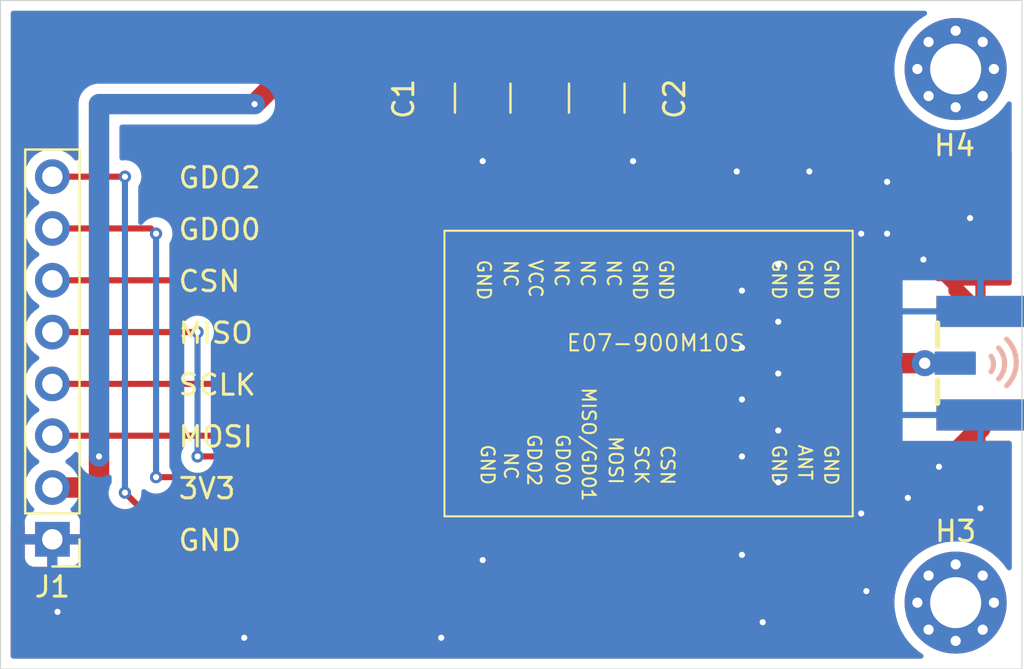
<source format=kicad_pcb>
(kicad_pcb (version 20240108) (generator "pcbnew") (generator_version "8.0")
  (layers (0 "F.Cu" signal) (31 "B.Cu" signal) (34 "B.Paste" user) (35 "F.Paste" user) (36 "B.SilkS" user "B.Silkscreen") (37 "F.SilkS" user "F.Silkscreen") (38 "B.Mask" user) (39 "F.Mask" user) (44 "Edge.Cuts" user))
  (net 0 "")
  (net 1 "GND")
  (net 2 "3V3")
  (net 3 "/MISO")
  (net 4 "/CSN")
  (net 5 "/GDO0")
  (net 6 "/GDO2")
  (net 7 "/MOSI")
  (net 8 "/SCLK")
  (net 9 "/ANTENNA")
  (footprint "MountingHole:MountingHole_2.5mm_Pad_Via" (layer "F.Cu") (at 154.995825 76.763825)
    (property "Reference" "H3" (at 0 -3.5 0) (layer "F.SilkS"))
    (property "Value" "MountingHole_Pad_MP" (hide yes))
    (pad "1" thru_hole circle (at -1.875 0) (size 0.8 0.8) (drill 0.5) (layers "*.Cu" "*.Mask"))
    (pad "1" thru_hole circle (at -1.325825 -1.325825) (size 0.8 0.8) (drill 0.5) (layers "*.Cu" "*.Mask"))
    (pad "1" thru_hole circle (at -1.325825 1.325825) (size 0.8 0.8) (drill 0.5) (layers "*.Cu" "*.Mask"))
    (pad "1" thru_hole circle (at 0 -1.875) (size 0.8 0.8) (drill 0.5) (layers "*.Cu" "*.Mask"))
    (pad "1" thru_hole circle (at 0 0) (size 5 5) (drill 2.5) (layers "*.Cu" "*.Mask"))
    (pad "1" thru_hole circle (at 0 1.875) (size 0.8 0.8) (drill 0.5) (layers "*.Cu" "*.Mask"))
    (pad "1" thru_hole circle (at 1.325825 -1.325825) (size 0.8 0.8) (drill 0.5) (layers "*.Cu" "*.Mask"))
    (pad "1" thru_hole circle (at 1.325825 1.325825) (size 0.8 0.8) (drill 0.5) (layers "*.Cu" "*.Mask"))
    (pad "1" thru_hole circle (at 1.875 0) (size 0.8 0.8) (drill 0.5) (layers "*.Cu" "*.Mask"))
  )
  (footprint "Library:E07-900M10S" (layer "F.Cu") (at 148.954 58.532)
    (property "Reference" "U1" (hide yes))
    (property "Value" "E07-900M10S")
    (fp_line (start -19 0) (end 1 0) (stroke (width 0.1)) (layer "F.SilkS"))
    (fp_line (start -19 14) (end -19 0) (stroke (width 0.1)) (layer "F.SilkS"))
    (fp_line (start -19 14) (end 1 14) (stroke (width 0.1)) (layer "F.SilkS"))
    (fp_line (start 1 14) (end 1 0) (stroke (width 0.1)) (layer "F.SilkS"))
    (fp_text user "GND" (at -1.71667 1.323 -90) (layer "F.SilkS") (effects (font (size 0.65 0.65) (thickness 0.1)) (justify left bottom)))
    (fp_text user "SCK" (at -9.729 10.444 -90) (layer "F.SilkS") (effects (font (size 0.65 0.65) (thickness 0.1)) (justify left bottom)))
    (fp_text user "NC" (at -12.36445 1.353 -90) (layer "F.SilkS") (effects (font (size 0.65 0.65) (thickness 0.1)) (justify left bottom)))
    (fp_text user "GND" (at -2.99556 1.323 -90) (layer "F.SilkS") (effects (font (size 0.65 0.65) (thickness 0.1)) (justify left bottom)))
    (fp_text user "GND" (at -0.43778 10.428 -90) (layer "F.SilkS") (effects (font (size 0.65 0.65) (thickness 0.1)) (justify left bottom)))
    (fp_text user "NC" (at -11.08556 1.353 -90) (layer "F.SilkS") (effects (font (size 0.65 0.65) (thickness 0.1)) (justify left bottom)))
    (fp_text user "GND" (at -17.272 10.414 -90) (layer "F.SilkS") (effects (font (size 0.65 0.65) (thickness 0.1)) (justify left bottom)))
    (fp_text user "GND" (at -17.45 1.353 -90) (layer "F.SilkS") (effects (font (size 0.65 0.65) (thickness 0.1)) (justify left bottom)))
    (fp_text user "NC" (at -13.64334 1.353 -90) (layer "F.SilkS") (effects (font (size 0.65 0.65) (thickness 0.1)) (justify left bottom)))
    (fp_text user "GND" (at -9.80667 1.353 -90) (layer "F.SilkS") (effects (font (size 0.65 0.65) (thickness 0.1)) (justify left bottom)))
    (fp_text user "NC" (at -16.129 10.795 -90) (layer "F.SilkS") (effects (font (size 0.65 0.65) (thickness 0.1)) (justify left bottom)))
    (fp_text user "VCC" (at -14.92222 1.353 -90) (layer "F.SilkS") (effects (font (size 0.65 0.65) (thickness 0.1)) (justify left bottom)))
    (fp_text user "GND" (at -2.99556 10.428 -90) (layer "F.SilkS") (effects (font (size 0.65 0.65) (thickness 0.1)) (justify left bottom)))
    (fp_text user "CSN" (at -8.459 10.444 -90) (layer "F.SilkS") (effects (font (size 0.65 0.65) (thickness 0.1)) (justify left bottom)))
    (fp_text user "GD02" (at -14.986 9.906 -90) (layer "F.SilkS") (effects (font (size 0.65 0.65) (thickness 0.1)) (justify left bottom)))
    (fp_text user "GND" (at -0.43778 1.323 -90) (layer "F.SilkS") (effects (font (size 0.65 0.65) (thickness 0.1)) (justify left bottom)))
    (fp_text user "MOSI" (at -10.999 10.01081 -90) (layer "F.SilkS") (effects (font (size 0.65 0.65) (thickness 0.1)) (justify left bottom)))
    (fp_text user "E07-900M10S" (at -13.081 5.969 0) (layer "F.SilkS") (effects (font (size 0.8 0.8) (thickness 0.1)) (justify left bottom)))
    (fp_text user "GND" (at -8.52778 1.353 -90) (layer "F.SilkS") (effects (font (size 0.65 0.65) (thickness 0.1)) (justify left bottom)))
    (fp_text user "ANT" (at -1.71667 10.428 -90) (layer "F.SilkS") (effects (font (size 0.65 0.65) (thickness 0.1)) (justify left bottom)))
    (fp_text user "GD00" (at -13.589 9.906 -90) (layer "F.SilkS") (effects (font (size 0.65 0.65) (thickness 0.1)) (justify left bottom)))
    (fp_text user "MISO/GD01" (at -12.319 7.62 -90) (layer "F.SilkS") (effects (font (size 0.65 0.65) (thickness 0.1)) (justify left bottom)))
    (fp_text user "NC" (at -16.14 1.373 -90) (layer "F.SilkS") (effects (font (size 0.65 0.65) (thickness 0.1)) (justify left bottom)))
    (pad "1" smd rect (at 0 0 180) (size 0.8 1.8) (layers "F.Cu" "F.Paste" "F.Mask") (net 1 "GND"))
    (pad "2" smd rect (at -1.27 0 180) (size 0.8 1.8) (layers "F.Cu" "F.Paste" "F.Mask") (net 1 "GND"))
    (pad "3" smd rect (at -2.54 0 180) (size 0.8 1.8) (layers "F.Cu" "F.Paste" "F.Mask") (net 1 "GND"))
    (pad "4" smd rect (at -8.11 0) (size 0.8 1.8) (layers "F.Cu" "F.Paste" "F.Mask") (net 1 "GND"))
    (pad "5" smd rect (at -9.38 0) (size 0.8 1.8) (layers "F.Cu" "F.Paste" "F.Mask") (net 1 "GND"))
    (pad "6" smd rect (at -10.65 0) (size 0.8 1.8) (layers "F.Cu" "F.Paste" "F.Mask"))
    (pad "7" smd rect (at -11.92 0) (size 0.8 1.8) (layers "F.Cu" "F.Paste" "F.Mask"))
    (pad "8" smd rect (at -13.19 0) (size 0.8 1.8) (layers "F.Cu" "F.Paste" "F.Mask"))
    (pad "9" smd rect (at -14.46 0) (size 0.8 1.8) (layers "F.Cu" "F.Paste" "F.Mask") (net 2 "3V3"))
    (pad "10" smd rect (at -15.73 0) (size 0.8 1.8) (layers "F.Cu" "F.Paste" "F.Mask"))
    (pad "11" smd rect (at -17 0) (size 0.8 1.8) (layers "F.Cu" "F.Paste" "F.Mask") (net 1 "GND"))
    (pad "12" smd rect (at -17 14) (size 0.8 1.8) (layers "F.Cu" "F.Paste" "F.Mask") (net 1 "GND"))
    (pad "13" smd rect (at -15.73 14) (size 0.8 1.8) (layers "F.Cu" "F.Paste" "F.Mask"))
    (pad "14" smd rect (at -14.46 14) (size 0.8 1.8) (layers "F.Cu" "F.Paste" "F.Mask") (net 6 "/GDO2"))
    (pad "15" smd rect (at -13.19 14) (size 0.8 1.8) (layers "F.Cu" "F.Paste" "F.Mask") (net 5 "/GDO0"))
    (pad "16" smd rect (at -11.92 14) (size 0.8 1.8) (layers "F.Cu" "F.Paste" "F.Mask") (net 3 "/MISO"))
    (pad "17" smd rect (at -10.65 14) (size 0.8 1.8) (layers "F.Cu" "F.Paste" "F.Mask") (net 7 "/MOSI"))
    (pad "18" smd rect (at -9.38 14) (size 0.8 1.8) (layers "F.Cu" "F.Paste" "F.Mask") (net 8 "/SCLK"))
    (pad "19" smd rect (at -8.11 14) (size 0.8 1.8) (layers "F.Cu" "F.Paste" "F.Mask") (net 4 "/CSN"))
    (pad "20" smd rect (at -2.54 14 180) (size 0.8 1.8) (layers "F.Cu" "F.Paste" "F.Mask") (net 1 "GND"))
    (pad "21" smd rect (at -1.27 14 180) (size 0.8 1.8) (layers "F.Cu" "F.Paste" "F.Mask") (net 9 "/ANTENNA"))
    (pad "22" smd rect (at 0 14 180) (size 0.8 1.8) (layers "F.Cu" "F.Paste" "F.Mask") (net 1 "GND"))
  )
  (footprint "Capacitor_SMD:C_1210_3225Metric_Pad1.33x2.70mm_HandSolder" (layer "F.Cu") (at 131.826 52.0315 90)
    (property "Reference" "C1" (at -0.0385 -3.878 -90) (layer "F.SilkS"))
    (property "Value" "100nF")
    (fp_line (start -0.711252 -1.36) (end 0.711252 -1.36) (stroke (width 0.12)) (layer "F.SilkS"))
    (fp_line (start -0.711252 1.36) (end 0.711252 1.36) (stroke (width 0.12)) (layer "F.SilkS"))
    (pad "1" smd roundrect (at -1.5625 0 90) (size 1.325 2.7) (layers "F.Cu" "F.Paste" "F.Mask") (roundrect_rratio 0.188679) (net 1 "GND"))
    (pad "2" smd roundrect (at 1.5625 0 90) (size 1.325 2.7) (layers "F.Cu" "F.Paste" "F.Mask") (roundrect_rratio 0.188679) (net 2 "3V3"))
  )
  (footprint "MountingHole:MountingHole_2.5mm_Pad_Via" (layer "F.Cu") (at 154.995825 50.601825)
    (property "Reference" "H4" (at -0.055825 3.754175 0) (layer "F.SilkS"))
    (property "Value" "MountingHole_Pad_MP" (hide yes))
    (pad "1" thru_hole circle (at -1.875 0) (size 0.8 0.8) (drill 0.5) (layers "*.Cu" "*.Mask"))
    (pad "1" thru_hole circle (at -1.325825 -1.325825) (size 0.8 0.8) (drill 0.5) (layers "*.Cu" "*.Mask"))
    (pad "1" thru_hole circle (at -1.325825 1.325825) (size 0.8 0.8) (drill 0.5) (layers "*.Cu" "*.Mask"))
    (pad "1" thru_hole circle (at 0 -1.875) (size 0.8 0.8) (drill 0.5) (layers "*.Cu" "*.Mask"))
    (pad "1" thru_hole circle (at 0 0) (size 5 5) (drill 2.5) (layers "*.Cu" "*.Mask"))
    (pad "1" thru_hole circle (at 0 1.875) (size 0.8 0.8) (drill 0.5) (layers "*.Cu" "*.Mask"))
    (pad "1" thru_hole circle (at 1.325825 -1.325825) (size 0.8 0.8) (drill 0.5) (layers "*.Cu" "*.Mask"))
    (pad "1" thru_hole circle (at 1.325825 1.325825) (size 0.8 0.8) (drill 0.5) (layers "*.Cu" "*.Mask"))
    (pad "1" thru_hole circle (at 1.875 0) (size 0.8 0.8) (drill 0.5) (layers "*.Cu" "*.Mask"))
  )
  (footprint "Library:SMA_PAD" (layer "F.Cu") (at 156.0195 65.024)
    (property "Reference" "J$1" (hide yes))
    (property "Value" "ANTENNASMA" (hide yes))
    (fp_arc (start 0.7112 -0.3429) (mid 0.83015 0.0381) (end 0.7112 0.4191) (stroke (width 0.254)) (layer "B.SilkS"))
    (fp_arc (start 1.0795 -0.7493) (mid 1.37508 0.012701) (end 1.079499 0.774701) (stroke (width 0.254)) (layer "B.SilkS"))
    (fp_arc (start 1.4732 -1.1811) (mid 1.946646 -0.038099) (end 1.473199 1.104901) (stroke (width 0.254)) (layer "B.SilkS"))
    (fp_line (start -1.905 -1.9685) (end -1.905 -0.8255) (stroke (width 0.254)) (layer "F.SilkS"))
    (fp_line (start -1.905 0.8255) (end -1.905 1.9685) (stroke (width 0.254)) (layer "F.SilkS"))
    (pad "ANT0" smd roundrect (at -1.04875 0) (size 2.032 1.143) (layers "B.Cu" "B.Paste" "B.Mask") (roundrect_rratio 0.05) (net 9 "/ANTENNA"))
    (pad "ANT1" smd roundrect (at -1.30275 0 180) (size 1.524 1.016) (layers "F.Cu" "F.Paste" "F.Mask") (roundrect_rratio 0.1) (net 9 "/ANTENNA"))
    (pad "ANT2" thru_hole circle (at -2.54 0 180) (size 1.27 1.27) (drill 0.5588) (layers "*.Cu" "*.Mask") (net 9 "/ANTENNA"))
    (pad "GND3" smd rect (at 0.1905 2.54) (size 4.318 1.524) (layers "F.Cu" "F.Mask") (net 1 "GND"))
    (pad "GND4" smd rect (at 0.1905 -2.54) (size 4.318 1.524) (layers "F.Cu" "F.Mask") (net 1 "GND"))
    (pad "GND5" smd rect (at 0.1905 -2.54 180) (size 4.318 1.524) (layers "B.Cu" "B.Mask") (net 1 "GND"))
    (pad "GND6" smd rect (at 0.1905 2.54 180) (size 4.318 1.524) (layers "B.Cu" "B.Mask") (net 1 "GND"))
    (zone (net 0) (net_name "") (layer "F.Cu") (connect_pads (clearance 0)) (min_thickness 0.25)
      (keepout (tracks not_allowed) (vias not_allowed) (pads not_allowed) (copperpour not_allowed) (footprints allowed))
      (fill (thermal_gap 0.5) (thermal_bridge_width 0.5))
      (polygon (pts (xy 157.226 64.1985) (xy 155.448 64.1985) (xy 155.448 65.8495) (xy 157.226 65.8495)))
    )
  )
  (footprint "Connector_PinHeader_2.54mm:PinHeader_1x08_P2.54mm_Vertical" (layer "F.Cu") (at 110.744 73.66 180)
    (property "Reference" "J1" (at 0 -2.33 180) (layer "F.SilkS"))
    (property "Value" "Conn_01x08_Pin" (hide yes))
    (fp_line (start 1.33 1.27) (end 1.33 19.11) (stroke (width 0.12)) (layer "F.SilkS"))
    (fp_line (start -1.33 19.11) (end 1.33 19.11) (stroke (width 0.12)) (layer "F.SilkS"))
    (fp_line (start -1.33 1.27) (end 1.33 1.27) (stroke (width 0.12)) (layer "F.SilkS"))
    (fp_line (start -1.33 1.27) (end -1.33 19.11) (stroke (width 0.12)) (layer "F.SilkS"))
    (fp_line (start -1.33 0) (end -1.33 -1.33) (stroke (width 0.12)) (layer "F.SilkS"))
    (fp_line (start -1.33 -1.33) (end 0 -1.33) (stroke (width 0.12)) (layer "F.SilkS"))
    (pad "1" thru_hole rect (at 0 0 180) (size 1.7 1.7) (drill 1) (layers "*.Cu" "*.Mask") (net 1 "GND"))
    (pad "2" thru_hole oval (at 0 2.54 180) (size 1.7 1.7) (drill 1) (layers "*.Cu" "*.Mask") (net 2 "3V3"))
    (pad "3" thru_hole oval (at 0 5.08 180) (size 1.7 1.7) (drill 1) (layers "*.Cu" "*.Mask") (net 7 "/MOSI"))
    (pad "4" thru_hole oval (at 0 7.62 180) (size 1.7 1.7) (drill 1) (layers "*.Cu" "*.Mask") (net 8 "/SCLK"))
    (pad "5" thru_hole oval (at 0 10.16 180) (size 1.7 1.7) (drill 1) (layers "*.Cu" "*.Mask") (net 3 "/MISO"))
    (pad "6" thru_hole oval (at 0 12.7 180) (size 1.7 1.7) (drill 1) (layers "*.Cu" "*.Mask") (net 4 "/CSN"))
    (pad "7" thru_hole oval (at 0 15.24 180) (size 1.7 1.7) (drill 1) (layers "*.Cu" "*.Mask") (net 5 "/GDO0"))
    (pad "8" thru_hole oval (at 0 17.78 180) (size 1.7 1.7) (drill 1) (layers "*.Cu" "*.Mask") (net 6 "/GDO2"))
  )
  (footprint "Capacitor_SMD:C_1210_3225Metric_Pad1.33x2.70mm_HandSolder" (layer "F.Cu") (at 137.414 52.0315 90)
    (property "Reference" "C2" (at -0.0385 3.81 -90) (layer "F.SilkS"))
    (property "Value" "4.7uF")
    (fp_line (start -0.711252 -1.36) (end 0.711252 -1.36) (stroke (width 0.12)) (layer "F.SilkS"))
    (fp_line (start -0.711252 1.36) (end 0.711252 1.36) (stroke (width 0.12)) (layer "F.SilkS"))
    (pad "1" smd roundrect (at -1.5625 0 90) (size 1.325 2.7) (layers "F.Cu" "F.Paste" "F.Mask") (roundrect_rratio 0.188679) (net 1 "GND"))
    (pad "2" smd roundrect (at 1.5625 0 90) (size 1.325 2.7) (layers "F.Cu" "F.Paste" "F.Mask") (roundrect_rratio 0.188679) (net 2 "3V3"))
  )
  (gr_rect (start 108.204 47.244) (end 158.242 80.01) (stroke (width 0.05)) (fill none) (layer "Edge.Cuts"))
  (gr_text "MOSI\n" (at 116.84 69.215 0) (layer "F.SilkS") (effects (font (size 1 1)) (justify left bottom)))
  (gr_text "GDO2" (at 116.84 56.515 0) (layer "F.SilkS") (effects (font (size 1 1)) (justify left bottom)))
  (gr_text "CSN\n" (at 116.84 61.595 0) (layer "F.SilkS") (effects (font (size 1 1)) (justify left bottom)))
  (gr_text "GND\n" (at 116.84 74.295 0) (layer "F.SilkS") (effects (font (size 1 1)) (justify left bottom)))
  (gr_text "SCLK\n" (at 116.84 66.675 0) (layer "F.SilkS") (effects (font (size 1 1)) (justify left bottom)))
  (gr_text "MISO\n" (at 116.84 64.135 0) (layer "F.SilkS") (effects (font (size 1 1)) (justify left bottom)))
  (gr_text "3V3\n" (at 116.84 71.755 0) (layer "F.SilkS") (effects (font (size 1 1)) (justify left bottom)))
  (gr_text "GDO0\n" (at 116.84 59.055 0) (layer "F.SilkS") (effects (font (size 1 1)) (justify left bottom)))
  (segment (start 154.178 60.706) (end 154.432 60.706) (width 0.6) (layer "F.Cu") (net 1))
  (segment (start 155.702 68.722) (end 156.21 68.214) (width 1) (layer "F.Cu") (net 1))
  (segment (start 139.574 58.532) (end 139.574 55.754) (width 0.6) (layer "F.Cu") (net 1))
  (segment (start 149.86 73.438) (end 148.954 72.532) (width 0.3) (layer "F.Cu") (net 1))
  (segment (start 146.304 70.866) (end 146.414 70.756) (width 0.8) (layer "F.Cu") (net 1))
  (segment (start 154.178 60.452) (end 154.178 60.706) (width 0.6) (layer "F.Cu") (net 1))
  (segment (start 150.226 72.532) (end 150.368 72.39) (width 1) (layer "F.Cu") (net 1))
  (segment (start 146.414 72.532) (end 146.414 70.976) (width 0.8) (layer "F.Cu") (net 1))
  (segment (start 146.414 70.976) (end 146.304 70.866) (width 0.8) (layer "F.Cu") (net 1))
  (segment (start 148.954 72.532) (end 150.226 72.532) (width 1) (layer "F.Cu") (net 1))
  (segment (start 146.414 62.882) (end 146.414 61.832) (width 0.8) (layer "F.Cu") (net 1))
  (segment (start 152.908 59.182) (end 153.416 59.69) (width 0.6) (layer "F.Cu") (net 1))
  (segment (start 150.51 58.532) (end 151.496 58.532) (width 0.6) (layer "F.Cu") (net 1))
  (segment (start 150.226 58.532) (end 150.368 58.674) (width 0.6) (layer "F.Cu") (net 1))
  (segment (start 153.416 59.69) (end 153.416 59.944) (width 0.6) (layer "F.Cu") (net 1))
  (segment (start 155.702 68.722) (end 155.082 69.342) (width 1) (layer "F.Cu") (net 1))
  (segment (start 151.496 58.532) (end 151.638 58.674) (width 0.6) (layer "F.Cu") (net 1))
  (segment (start 151.638 72.39) (end 151.78 72.532) (width 1) (layer "F.Cu") (net 1))
  (segment (start 146.414 70.756) (end 146.414 69.706) (width 0.8) (layer "F.Cu") (net 1))
  (segment (start 146.414 72.532) (end 146.414 72.788) (width 0.3) (layer "F.Cu") (net 1))
  (segment (start 148.954 57.26) (end 148.954 58.532) (width 0.6) (layer "F.Cu") (net 1))
  (segment (start 147.32 55.626) (end 147.828 55.626) (width 0.6) (layer "F.Cu") (net 1))
  (segment (start 131.826 58.404) (end 131.954 58.532) (width 0.3) (layer "F.Cu") (net 1))
  (segment (start 146.414 64.152) (end 146.414 63.102) (width 0.8) (layer "F.Cu") (net 1))
  (segment (start 144.526 74.422) (end 149.86 74.422) (width 0.3) (layer "F.Cu") (net 1))
  (segment (start 146.414 72.532) (end 146.414 72.534) (width 0.3) (layer "F.Cu") (net 1))
  (segment (start 146.304 65.532) (end 146.414 65.422) (width 0.8) (layer "F.Cu") (net 1))
  (segment (start 146.304 68.326) (end 146.414 68.216) (width 0.8) (layer "F.Cu") (net 1))
  (segment (start 146.304 62.992) (end 146.414 62.882) (width 0.8) (layer "F.Cu") (net 1))
  (segment (start 146.414 64.372) (end 146.304 64.262) (width 0.8) (layer "F.Cu") (net 1))
  (segment (start 151.78 72.532) (end 151.892 72.532) (width 1) (layer "F.Cu") (net 1))
  (segment (start 151.638 58.674) (end 151.78 58.532) (width 0.6) (layer "F.Cu") (net 1))
  (segment (start 140.844 57.024) (end 140.844 58.532) (width 0.6) (layer "F.Cu") (net 1))
  (segment (start 152.654 71.77) (end 151.892 72.532) (width 1) (layer "F.Cu") (net 1))
  (segment (start 153.416 70.866) (end 153.416 71.008) (width 1) (layer "F.Cu") (net 1))
  (segment (start 146.414 66.912) (end 146.304 66.802) (width 0.8) (layer "F.Cu") (net 1))
  (segment (start 154.94 61.468) (end 155.194 61.468) (width 0.6) (layer "F.Cu") (net 1))
  (segment (start 147.684 55.99) (end 147.684 58.532) (width 0.6) (layer "F.Cu") (net 1))
  (segment (start 146.414 66.692) (end 146.414 65.642) (width 0.8) (layer "F.Cu") (net 1))
  (segment (start 146.414 63.102) (end 146.304 62.992) (width 0.8) (layer "F.Cu") (net 1))
  (segment (start 147.684 55.99) (end 148.954 57.26) (width 0.6) (layer "F.Cu") (net 1))
  (segment (start 146.414 65.642) (end 146.304 65.532) (width 0.8) (layer "F.Cu") (net 1))
  (segment (start 131.954 74.548) (end 131.826 74.676) (width 0.3) (layer "F.Cu") (net 1))
  (segment (start 146.414 60.088) (end 146.414 58.532) (width 0.8) (layer "F.Cu") (net 1))
  (segment (start 154.432 60.706) (end 154.94 61.214) (width 0.6) (layer "F.Cu") (net 1))
  (segment (start 139.574 55.754) (end 140.844 57.024) (width 0.6) (layer "F.Cu") (net 1))
  (segment (start 152.796 71.628) (end 152.654 71.628) (width 1) (layer "F.Cu") (net 1))
  (segment (start 154.94 61.214) (end 154.94 61.468) (width 0.6) (layer "F.Cu") (net 1))
  (segment (start 146.304 69.596) (end 146.414 69.486) (width 0.8) (layer "F.Cu") (net 1))
  (segment (start 144.272 55.626) (end 144.4 55.754) (width 0.6) (layer "F.Cu") (net 1))
  (segment (start 155.194 61.468) (end 156.21 62.484) (width 0.6) (layer "F.Cu") (net 1))
  (segment (start 139.574 55.754) (end 139.192 55.372) (width 0.6) (layer "F.Cu") (net 1))
  (segment (start 146.414 65.422) (end 146.414 64.372) (width 0.8) (layer "F.Cu") (net 1))
  (segment (start 152.258 58.532) (end 152.654 58.928) (width 0.6) (layer "F.Cu") (net 1))
  (segment (start 154.94 69.342) (end 154.94 69.484) (width 1) (layer "F.Cu") (net 1))
  (segment (start 147.828 55.626) (end 147.828 56.134) (width 0.6) (layer "F.Cu") (net 1))
  (segment (start 152.654 59.182) (end 152.908 59.182) (width 0.6) (layer "F.Cu") (net 1))
  (segment (start 139.192 55.118) (end 138.938 55.118) (width 0.6) (layer "F.Cu") (net 1))
  (segment (start 146.414 61.612) (end 146.414 60.308) (width 0.8) (layer "F.Cu") (net 1))
  (segment (start 153.558 70.866) (end 153.416 70.866) (width 1) (layer "F.Cu") (net 1))
  (segment (start 147.828 56.134) (end 147.684 55.99) (width 0.6) (layer "F.Cu") (net 1))
  (segment (start 138.938 55.118) (end 137.414 53.594) (width 0.6) (layer "F.Cu") (net 1))
  (segment (start 150.368 72.39) (end 150.51 72.532) (width 1) (layer "F.Cu") (net 1))
  (segment (start 152.654 71.628) (end 152.654 71.77) (width 1) (layer "F.Cu") (net 1))
  (segment (start 146.304 60.198) (end 146.414 60.088) (width 0.8) (layer "F.Cu") (net 1))
  (segment (start 156.21 67.564) (end 156.21 68.214) (width 0.3) (layer "F.Cu") (net 1))
  (segment (start 151.78 58.532) (end 152.258 58.532) (width 0.6) (layer "F.Cu") (net 1))
  (segment (start 154.32 70.104) (end 154.178 70.104) (width 1) (layer "F.Cu") (net 1))
  (segment (start 153.67 59.944) (end 154.178 60.452) (width 0.6) (layer "F.Cu") (net 1))
  (segment (start 146.414 61.832) (end 146.304 61.722) (width 0.8) (layer "F.Cu") (net 1))
  (segment (start 150.368 58.674) (end 150.51 58.532) (width 0.6) (layer "F.Cu") (net 1))
  (segment (start 146.414 57.04) (end 146.414 58.532) (width 0.6) (layer "F.Cu") (net 1))
  (segment (start 154.178 70.104) (end 154.178 70.246) (width 1) (layer "F.Cu") (net 1))
  (segment (start 139.192 55.372) (end 139.192 55.118) (width 0.6) (layer "F.Cu") (net 1))
  (segment (start 152.654 58.928) (end 152.654 59.182) (width 0.6) (layer "F.Cu") (net 1))
  (segment (start 150.51 72.532) (end 151.496 72.532) (width 1) (layer "F.Cu") (net 1))
  (segment (start 146.414 68.216) (end 146.414 66.912) (width 0.8) (layer "F.Cu") (net 1))
  (segment (start 146.304 64.262) (end 146.414 64.152) (width 0.8) (layer "F.Cu") (net 1))
  (segment (start 147.574 55.88) (end 147.32 55.626) (width 0.6) (layer "F.Cu") (net 1))
  (segment (start 151.496 72.532) (end 151.638 72.39) (width 1) (layer "F.Cu") (net 1))
  (segment (start 139.574 55.754) (end 144.144 55.754) (width 0.6) (layer "F.Cu") (net 1))
  (segment (start 146.414 72.534) (end 144.78 74.168) (width 0.3) (layer "F.Cu") (net 1))
  (segment (start 154.178 70.246) (end 153.558 70.866) (width 1) (layer "F.Cu") (net 1))
  (segment (start 144.144 55.754) (end 144.272 55.626) (width 0.6) (layer "F.Cu") (net 1))
  (segment (start 131.954 72.532) (end 131.954 74.548) (width 0.3) (layer "F.Cu") (net 1))
  (segment (start 147.574 55.88) (end 146.414 57.04) (width 0.6) (layer "F.Cu") (net 1))
  (segment (start 155.082 69.342) (end 154.94 69.342) (width 1) (layer "F.Cu") (net 1))
  (segment (start 149.86 74.422) (end 149.86 73.438) (width 0.3) (layer "F.Cu") (net 1))
  (segment (start 148.954 58.532) (end 148.954 58.784) (width 0.2) (layer "F.Cu") (net 1))
  (segment (start 146.414 69.486) (end 146.414 68.436) (width 0.8) (layer "F.Cu") (net 1))
  (segment (start 148.954 58.532) (end 150.226 58.532) (width 0.6) (layer "F.Cu") (net 1))
  (segment (start 146.304 61.722) (end 146.414 61.612) (width 0.8) (layer "F.Cu") (net 1))
  (segment (start 146.304 66.802) (end 146.414 66.692) (width 0.8) (layer "F.Cu") (net 1))
  (segment (start 154.94 69.484) (end 154.32 70.104) (width 1) (layer "F.Cu") (net 1))
  (segment (start 147.448 55.754) (end 147.574 55.88) (width 0.6) (layer "F.Cu") (net 1))
  (segment (start 146.414 69.706) (end 146.304 69.596) (width 0.8) (layer "F.Cu") (net 1))
  (segment (start 131.826 53.594) (end 131.826 55.118) (width 0.6) (layer "F.Cu") (net 1))
  (segment (start 131.826 55.118) (end 131.826 58.404) (width 0.6) (layer "F.Cu") (net 1))
  (segment (start 144.4 55.754) (end 147.448 55.754) (width 0.6) (layer "F.Cu") (net 1))
  (segment (start 153.416 59.944) (end 153.67 59.944) (width 0.6) (layer "F.Cu") (net 1))
  (segment (start 146.414 68.436) (end 146.304 68.326) (width 0.8) (layer "F.Cu") (net 1))
  (segment (start 146.414 60.308) (end 146.304 60.198) (width 0.8) (layer "F.Cu") (net 1))
  (segment (start 153.416 71.008) (end 152.796 71.628) (width 1) (layer "F.Cu") (net 1))
  (via (at 129.794 78.486) (size 0.6) (drill 0.3) (layers "F.Cu" "B.Cu") (net 1))
  (via (at 150.368 72.39) (size 0.6) (drill 0.3) (layers "F.Cu" "B.Cu") (net 1))
  (via (at 154.178 70.104) (size 0.6) (drill 0.3) (layers "F.Cu" "B.Cu") (net 1))
  (via (at 156.21 72.136) (size 0.6) (drill 0.3) (layers "F.Cu" "B.Cu") (net 1))
  (via (at 144.526 64.262) (size 0.6) (drill 0.3) (layers "F.Cu" "B.Cu") (net 1))
  (via (at 144.526 74.422) (size 0.6) (drill 0.3) (layers "F.Cu" "B.Cu") (net 1))
  (via (at 152.654 71.628) (size 0.6) (drill 0.3) (layers "F.Cu" "B.Cu") (net 1))
  (via (at 146.304 62.992) (size 0.6) (drill 0.3) (layers "F.Cu" "B.Cu") (net 1))
  (via (at 151.638 58.674) (size 0.6) (drill 0.3) (layers "F.Cu" "B.Cu") (net 1))
  (via (at 131.826 74.676) (size 0.6) (drill 0.3) (layers "F.Cu" "B.Cu") (net 1))
  (via (at 146.304 65.532) (size 0.6) (drill 0.3) (layers "F.Cu" "B.Cu") (net 1))
  (via (at 144.526 69.596) (size 0.6) (drill 0.3) (layers "F.Cu" "B.Cu") (net 1))
  (via (at 110.998 77.216) (size 0.6) (drill 0.3) (layers "F.Cu" "B.Cu") (net 1))
  (via (at 150.622 76.2) (size 0.6) (drill 0.3) (layers "F.Cu" "B.Cu") (net 1))
  (via (at 144.526 66.802) (size 0.6) (drill 0.3) (layers "F.Cu" "B.Cu") (net 1))
  (via (at 147.828 55.626) (size 0.6) (drill 0.3) (layers "F.Cu" "B.Cu") (net 1))
  (via (at 144.526 61.468) (size 0.6) (drill 0.3) (layers "F.Cu" "B.Cu") (net 1))
  (via (at 153.416 59.944) (size 0.6) (drill 0.3) (layers "F.Cu" "B.Cu") (net 1))
  (via (at 146.304 68.326) (size 0.6) (drill 0.3) (layers "F.Cu" "B.Cu") (net 1))
  (via (at 139.192 55.118) (size 0.6) (drill 0.3) (layers "F.Cu" "B.Cu") (net 1))
  (via (at 150.368 58.674) (size 0.6) (drill 0.3) (layers "F.Cu" "B.Cu") (net 1))
  (via (at 146.304 70.866) (size 0.6) (drill 0.3) (layers "F.Cu" "B.Cu") (net 1))
  (via (at 146.304 60.198) (size 0.6) (drill 0.3) (layers "F.Cu" "B.Cu") (net 1))
  (via (at 155.702 57.912) (size 0.6) (drill 0.3) (layers "F.Cu" "B.Cu") (net 1))
  (via (at 151.638 56.134) (size 0.6) (drill 0.3) (layers "F.Cu" "B.Cu") (net 1))
  (via (at 144.272 55.626) (size 0.6) (drill 0.3) (layers "F.Cu" "B.Cu") (net 1))
  (via (at 120.142 78.486) (size 0.6) (drill 0.3) (layers "F.Cu" "B.Cu") (net 1))
  (via (at 145.542 77.724) (size 0.6) (drill 0.3) (layers "F.Cu" "B.Cu") (net 1))
  (via (at 131.826 55.118) (size 0.6) (drill 0.3) (layers "F.Cu" "B.Cu") (net 1))
  (segment (start 156.21 62.484) (end 152.4 62.484) (width 0.3) (layer "B.Cu") (net 1))
  (segment (start 156.21 67.564) (end 151.384 67.564) (width 0.3) (layer "B.Cu") (net 1))
  (segment (start 156.21 62.484) (end 156.21 60.198) (width 0.3) (layer "B.Cu") (net 1))
  (segment (start 156.21 67.564) (end 156.21 70.104) (width 0.3) (layer "B.Cu") (net 1))
  (segment (start 155.854825 51.363825) (end 155.092825 50.601825) (width 0.2) (layer "F.Cu") (net 2))
  (segment (start 134.494 50.595) (end 134.494 58.532) (width 0.6) (layer "F.Cu") (net 2))
  (segment (start 134.62 50.469) (end 134.494 50.595) (width 0.6) (layer "F.Cu") (net 2))
  (segment (start 110.744 71.12) (end 113.03 71.12) (width 1) (layer "F.Cu") (net 2))
  (segment (start 137.337 50.546) (end 137.414 50.469) (width 0.5) (layer "F.Cu") (net 2))
  (segment (start 134.62 50.469) (end 137.414 50.469) (width 1) (layer "F.Cu") (net 2))
  (segment (start 131.826 50.469) (end 134.62 50.469) (width 1) (layer "F.Cu") (net 2))
  (segment (start 122.505 50.469) (end 131.826 50.469) (width 1) (layer "F.Cu") (net 2))
  (segment (start 120.65 52.324) (end 122.505 50.469) (width 1) (layer "F.Cu") (net 2))
  (segment (start 113.03 71.12) (end 113.03 69.596) (width 1) (layer "F.Cu") (net 2))
  (via (at 113.03 69.596) (size 0.6) (drill 0.3) (layers "F.Cu" "B.Cu") (net 2))
  (via (at 120.65 52.324) (size 0.6) (drill 0.3) (layers "F.Cu" "B.Cu") (net 2))
  (segment (start 113.03 52.324) (end 120.65 52.324) (width 1) (layer "B.Cu") (net 2))
  (segment (start 113.03 69.596) (end 113.03 52.324) (width 1) (layer "B.Cu") (net 2))
  (segment (start 117.856 63.5) (end 110.744 63.5) (width 0.3) (layer "F.Cu") (net 3))
  (segment (start 135.49737 69.596) (end 137.034 71.13263) (width 0.3) (layer "F.Cu") (net 3))
  (segment (start 117.856 69.596) (end 135.49737 69.596) (width 0.3) (layer "F.Cu") (net 3))
  (segment (start 137.034 71.13263) (end 137.034 72.532) (width 0.3) (layer "F.Cu") (net 3))
  (via (at 117.856 69.596) (size 0.6) (drill 0.3) (layers "F.Cu" "B.Cu") (net 3))
  (via (at 117.856 63.5) (size 0.6) (drill 0.3) (layers "F.Cu" "B.Cu") (net 3))
  (segment (start 117.856 69.596) (end 117.856 63.5) (width 0.3) (layer "B.Cu") (net 3))
  (segment (start 140.844 72.532) (end 140.844 62.358) (width 0.3) (layer "F.Cu") (net 4))
  (segment (start 139.446 60.96) (end 110.744 60.96) (width 0.3) (layer "F.Cu") (net 4))
  (segment (start 140.844 62.358) (end 139.446 60.96) (width 0.3) (layer "F.Cu") (net 4))
  (segment (start 115.57 58.42) (end 110.744 58.42) (width 0.3) (layer "F.Cu") (net 5))
  (segment (start 115.824 70.612) (end 135.382 70.612) (width 0.3) (layer "F.Cu") (net 5))
  (segment (start 135.764 70.994) (end 135.764 72.532) (width 0.3) (layer "F.Cu") (net 5))
  (segment (start 135.382 70.612) (end 135.764 70.994) (width 0.3) (layer "F.Cu") (net 5))
  (segment (start 115.824 58.674) (end 115.57 58.42) (width 0.2) (layer "F.Cu") (net 5))
  (via (at 115.824 70.612) (size 0.6) (drill 0.3) (layers "F.Cu" "B.Cu") (net 5))
  (via (at 115.824 58.674) (size 0.6) (drill 0.3) (layers "F.Cu" "B.Cu") (net 5))
  (segment (start 115.824 70.612) (end 115.824 58.674) (width 0.3) (layer "B.Cu") (net 5))
  (segment (start 118.872 75.946) (end 133.096 75.946) (width 0.3) (layer "F.Cu") (net 6))
  (segment (start 133.096 75.946) (end 134.494 74.548) (width 0.3) (layer "F.Cu") (net 6))
  (segment (start 114.3 55.88) (end 110.744 55.88) (width 0.3) (layer "F.Cu") (net 6))
  (segment (start 114.342 71.332) (end 114.3 71.374) (width 0.2) (layer "F.Cu") (net 6))
  (segment (start 134.494 74.548) (end 134.494 72.532) (width 0.3) (layer "F.Cu") (net 6))
  (segment (start 114.3 71.374) (end 118.872 75.946) (width 0.3) (layer "F.Cu") (net 6))
  (via (at 114.3 55.88) (size 0.6) (drill 0.3) (layers "F.Cu" "B.Cu") (net 6))
  (via (at 114.3 71.374) (size 0.6) (drill 0.3) (layers "F.Cu" "B.Cu") (net 6))
  (segment (start 114.3 71.374) (end 114.3 55.88) (width 0.3) (layer "B.Cu") (net 6))
  (segment (start 135.61274 68.58) (end 138.304 71.27126) (width 0.3) (layer "F.Cu") (net 7))
  (segment (start 110.744 68.58) (end 135.61274 68.58) (width 0.3) (layer "F.Cu") (net 7))
  (segment (start 138.304 71.27126) (end 138.304 72.532) (width 0.3) (layer "F.Cu") (net 7))
  (segment (start 134.412 66.04) (end 139.574 71.202) (width 0.3) (layer "F.Cu") (net 8))
  (segment (start 139.574 71.202) (end 139.574 72.532) (width 0.3) (layer "F.Cu") (net 8))
  (segment (start 110.744 66.04) (end 134.412 66.04) (width 0.3) (layer "F.Cu") (net 8))
  (segment (start 153.4795 65.024) (end 151.892 65.024) (width 1) (layer "F.Cu") (net 9))
  (segment (start 147.684 69.232) (end 147.684 72.532) (width 1) (layer "F.Cu") (net 9))
  (segment (start 151.892 65.024) (end 147.684 69.232) (width 1) (layer "F.Cu") (net 9))
  (segment (start 153.4795 65.024) (end 154.71675 65.024) (width 0.3) (layer "F.Cu") (net 9))
  (zone (net 1) (net_name "GND") (layer "F.Cu") (priority 2) (connect_pads (clearance 0.5)) (min_thickness 0.25) (fill yes (thermal_gap 0.5) (thermal_bridge_width 0.5))
    (polygon (pts (xy 158.242 54.61) (xy 158.242 61.722) (xy 155.702 61.722) (xy 152.4 58.42) (xy 148.954 58.532) (xy 148.844 57.15) (xy 147.574 55.88) (xy 139.7 55.88) (xy 137.414 53.594) (xy 138.43 54.61)))
  )
  (zone (net 1) (net_name "GND") (layer "F.Cu") (priority 3) (connect_pads (clearance 0.5)) (min_thickness 0.25) (fill yes (thermal_gap 0.5) (thermal_bridge_width 0.5))
    (polygon (pts (xy 143.51 75.184) (xy 146.558 72.39) (xy 146.558 55.626) (xy 143.51 55.626)))
  )
  (zone (net 1) (net_name "GND") (layer "F.Cu") (priority 1) (connect_pads (clearance 0.5)) (min_thickness 0.25) (fill yes (thermal_gap 0.5) (thermal_bridge_width 0.5))
    (polygon (pts (xy 108.204 80.01) (xy 158.242 80.01) (xy 158.242 68.072) (xy 155.702 68.072) (xy 149.86 74.422) (xy 144.272 74.422) (xy 141.224 76.962) (xy 115.062 76.962) (xy 112.776 72.898) (xy 108.204 72.898)))
  )
  (zone (net 1) (net_name "GND") (layer "B.Cu") (connect_pads (clearance 0.5)) (min_thickness 0.25) (fill yes (thermal_gap 0.5) (thermal_bridge_width 0.5))
    (polygon (pts (xy 108.204 47.244) (xy 108.204 80.01) (xy 158.242 80.01) (xy 158.242 68.834) (xy 152.4 68.834) (xy 152.4 60.96) (xy 158.242 60.96) (xy 158.242 47.244)))
  )
)
</source>
